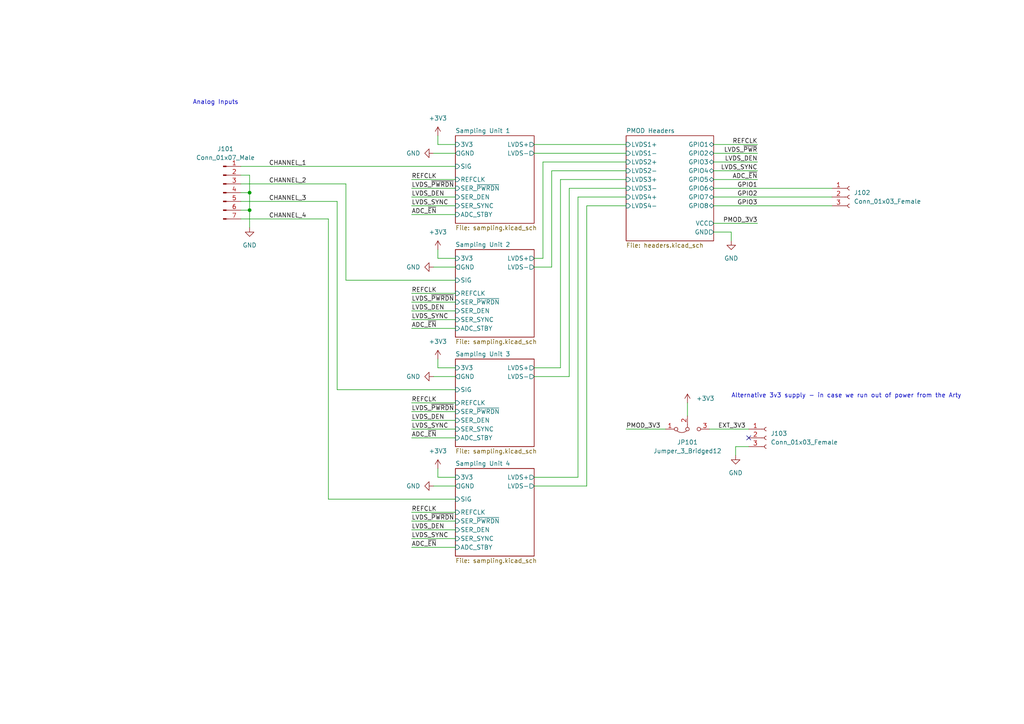
<source format=kicad_sch>
(kicad_sch (version 20211123) (generator eeschema)
  (paper "A4")
  (lib_symbols
    (symbol "Connector:Conn_01x03_Female" (pin_names (offset 1.016) hide)
      (property "Reference" "J" (at 0 5.08 0))
      (property "Value" "Conn_01x03_Female" (at 0 -5.08 0))
      (symbol "Conn_01x03_Female_1_1"
        (arc (start 0 -2.032) (mid -0.508 -2.54) (end 0 -3.048) (stroke (width 0.1524)))
        (polyline (pts (xy -1.27 -2.54) (xy -0.508 -2.54)) (stroke (width 0.1524)))
        (polyline (pts (xy -1.27 0) (xy -0.508 0)) (stroke (width 0.1524)))
        (polyline (pts (xy -1.27 2.54) (xy -0.508 2.54)) (stroke (width 0.1524)))
        (arc (start 0 0.508) (mid -0.508 0) (end 0 -0.508) (stroke (width 0.1524)))
        (arc (start 0 3.048) (mid -0.508 2.54) (end 0 2.032) (stroke (width 0.1524)))
        (pin passive line (at -5.08 2.54 0) (length 3.81) (name "Pin_1") (number "1"))
        (pin passive line (at -5.08 0 0) (length 3.81) (name "Pin_2") (number "2"))
        (pin passive line (at -5.08 -2.54 0) (length 3.81) (name "Pin_3") (number "3"))
      )
    )
    (symbol "Connector:Conn_01x07_Male" (pin_names (offset 1.016) hide)
      (property "Reference" "J" (at 0 10.16 0))
      (property "Value" "Conn_01x07_Male" (at 0 -10.16 0))
      (symbol "Conn_01x07_Male_1_1"
        (polyline (pts (xy 1.27 -7.62) (xy 0.8636 -7.62)) (stroke (width 0.1524)))
        (polyline (pts (xy 1.27 -5.08) (xy 0.8636 -5.08)) (stroke (width 0.1524)))
        (polyline (pts (xy 1.27 -2.54) (xy 0.8636 -2.54)) (stroke (width 0.1524)))
        (polyline (pts (xy 1.27 0) (xy 0.8636 0)) (stroke (width 0.1524)))
        (polyline (pts (xy 1.27 2.54) (xy 0.8636 2.54)) (stroke (width 0.1524)))
        (polyline (pts (xy 1.27 5.08) (xy 0.8636 5.08)) (stroke (width 0.1524)))
        (polyline (pts (xy 1.27 7.62) (xy 0.8636 7.62)) (stroke (width 0.1524)))
        (rectangle (start 0.8636 -7.493) (end 0 -7.747) (stroke (width 0.1524)) (fill (type outline)))
        (rectangle (start 0.8636 -4.953) (end 0 -5.207) (stroke (width 0.1524)) (fill (type outline)))
        (rectangle (start 0.8636 -2.413) (end 0 -2.667) (stroke (width 0.1524)) (fill (type outline)))
        (rectangle (start 0.8636 0.127) (end 0 -0.127) (stroke (width 0.1524)) (fill (type outline)))
        (rectangle (start 0.8636 2.667) (end 0 2.413) (stroke (width 0.1524)) (fill (type outline)))
        (rectangle (start 0.8636 5.207) (end 0 4.953) (stroke (width 0.1524)) (fill (type outline)))
        (rectangle (start 0.8636 7.747) (end 0 7.493) (stroke (width 0.1524)) (fill (type outline)))
        (pin passive line (at 5.08 7.62 180) (length 3.81) (name "Pin_1") (number "1"))
        (pin passive line (at 5.08 5.08 180) (length 3.81) (name "Pin_2") (number "2"))
        (pin passive line (at 5.08 2.54 180) (length 3.81) (name "Pin_3") (number "3"))
        (pin passive line (at 5.08 0 180) (length 3.81) (name "Pin_4") (number "4"))
        (pin passive line (at 5.08 -2.54 180) (length 3.81) (name "Pin_5") (number "5"))
        (pin passive line (at 5.08 -5.08 180) (length 3.81) (name "Pin_6") (number "6"))
        (pin passive line (at 5.08 -7.62 180) (length 3.81) (name "Pin_7") (number "7"))
      )
    )
    (symbol "Jumper:Jumper_3_Bridged12" (pin_names (offset 0) hide)
      (property "Reference" "JP" (at -2.54 -2.54 0))
      (property "Value" "Jumper_3_Bridged12" (at 0 2.794 0))
      (symbol "Jumper_3_Bridged12_0_0"
        (circle (center -3.302 0) (radius 0.508))
        (circle (center 0 0) (radius 0.508))
        (circle (center 3.302 0) (radius 0.508))
      )
      (symbol "Jumper_3_Bridged12_0_1"
        (arc (start -0.254 0.508) (mid -1.651 0.9912) (end -3.048 0.508))
        (polyline (pts (xy 0 -1.27) (xy 0 -0.508)))
      )
      (symbol "Jumper_3_Bridged12_1_1"
        (pin passive line (at -6.35 0 0) (length 2.54) (name "A") (number "1"))
        (pin passive line (at 0 -3.81 90) (length 2.54) (name "C") (number "2"))
        (pin passive line (at 6.35 0 180) (length 2.54) (name "B") (number "3"))
      )
    )
    (symbol "power:+3V3" (power) (pin_names (offset 0))
      (property "Value" "+3V3" (at 0 3.556 0))
      (symbol "+3V3_0_1"
        (polyline (pts (xy -0.762 1.27) (xy 0 2.54)))
        (polyline (pts (xy 0 0) (xy 0 2.54)))
        (polyline (pts (xy 0 2.54) (xy 0.762 1.27)))
      )
      (symbol "+3V3_1_1"
        (pin power_in line (at 0 0 90) (length 0) hide (name "+3V3") (number "1"))
      )
    )
    (symbol "power:GND" (power) (pin_names (offset 0))
      (property "Value" "GND" (at 0 -3.81 0))
      (symbol "GND_0_1"
        (polyline (pts (xy 0 0) (xy 0 -1.27) (xy 1.27 -1.27) (xy 0 -2.54) (xy -1.27 -1.27) (xy 0 -1.27)))
      )
      (symbol "GND_1_1"
        (pin power_in line (at 0 0 270) (length 0) hide (name "GND") (number "1"))
      )
    )
  )
  (junction (at 72.39 60.96))
  (junction (at 72.39 55.88))
  (no_connect (at 217.17 127))
  (wire (pts (xy 72.39 55.88) (xy 72.39 60.96)))
  (wire (pts (xy 95.25 63.5) (xy 95.25 144.78)))
  (wire (pts (xy 132.08 158.75) (xy 119.38 158.75)))
  (wire (pts (xy 205.74 124.46) (xy 217.17 124.46)))
  (wire (pts (xy 207.01 52.07) (xy 219.71 52.07)))
  (wire (pts (xy 207.01 41.91) (xy 219.71 41.91)))
  (wire (pts (xy 154.94 74.93) (xy 157.48 74.93)))
  (wire (pts (xy 162.56 52.07) (xy 181.61 52.07)))
  (wire (pts (xy 72.39 60.96) (xy 72.39 66.04)))
  (wire (pts (xy 213.36 129.54) (xy 213.36 132.08)))
  (wire (pts (xy 154.94 140.97) (xy 170.18 140.97)))
  (wire (pts (xy 69.85 60.96) (xy 72.39 60.96)))
  (wire (pts (xy 132.08 54.61) (xy 119.38 54.61)))
  (wire (pts (xy 132.08 90.17) (xy 119.38 90.17)))
  (wire (pts (xy 69.85 63.5) (xy 95.25 63.5)))
  (wire (pts (xy 69.85 55.88) (xy 72.39 55.88)))
  (wire (pts (xy 132.08 124.46) (xy 119.38 124.46)))
  (wire (pts (xy 132.08 92.71) (xy 119.38 92.71)))
  (wire (pts (xy 125.73 77.47) (xy 132.08 77.47)))
  (wire (pts (xy 127 74.93) (xy 127 72.39)))
  (wire (pts (xy 132.08 74.93) (xy 127 74.93)))
  (wire (pts (xy 69.85 53.34) (xy 100.33 53.34)))
  (wire (pts (xy 207.01 49.53) (xy 219.71 49.53)))
  (wire (pts (xy 154.94 106.68) (xy 162.56 106.68)))
  (wire (pts (xy 125.73 109.22) (xy 132.08 109.22)))
  (wire (pts (xy 167.64 138.43) (xy 167.64 57.15)))
  (wire (pts (xy 170.18 140.97) (xy 170.18 59.69)))
  (wire (pts (xy 125.73 44.45) (xy 132.08 44.45)))
  (wire (pts (xy 154.94 77.47) (xy 160.02 77.47)))
  (wire (pts (xy 157.48 46.99) (xy 181.61 46.99)))
  (wire (pts (xy 199.39 116.84) (xy 199.39 120.65)))
  (wire (pts (xy 207.01 54.61) (xy 241.3 54.61)))
  (wire (pts (xy 207.01 57.15) (xy 241.3 57.15)))
  (wire (pts (xy 181.61 124.46) (xy 193.04 124.46)))
  (wire (pts (xy 132.08 119.38) (xy 119.38 119.38)))
  (wire (pts (xy 160.02 49.53) (xy 181.61 49.53)))
  (wire (pts (xy 132.08 138.43) (xy 127 138.43)))
  (wire (pts (xy 69.85 50.8) (xy 72.39 50.8)))
  (wire (pts (xy 69.85 48.26) (xy 132.08 48.26)))
  (wire (pts (xy 207.01 59.69) (xy 241.3 59.69)))
  (wire (pts (xy 132.08 106.68) (xy 127 106.68)))
  (wire (pts (xy 132.08 151.13) (xy 119.38 151.13)))
  (wire (pts (xy 132.08 148.59) (xy 119.38 148.59)))
  (wire (pts (xy 127 138.43) (xy 127 135.89)))
  (wire (pts (xy 132.08 87.63) (xy 119.38 87.63)))
  (wire (pts (xy 132.08 116.84) (xy 119.38 116.84)))
  (wire (pts (xy 132.08 127) (xy 119.38 127)))
  (wire (pts (xy 170.18 59.69) (xy 181.61 59.69)))
  (wire (pts (xy 132.08 156.21) (xy 119.38 156.21)))
  (wire (pts (xy 97.79 113.03) (xy 132.08 113.03)))
  (wire (pts (xy 154.94 109.22) (xy 165.1 109.22)))
  (wire (pts (xy 69.85 58.42) (xy 97.79 58.42)))
  (wire (pts (xy 132.08 52.07) (xy 119.38 52.07)))
  (wire (pts (xy 132.08 95.25) (xy 119.38 95.25)))
  (wire (pts (xy 207.01 64.77) (xy 219.71 64.77)))
  (wire (pts (xy 207.01 44.45) (xy 219.71 44.45)))
  (wire (pts (xy 132.08 153.67) (xy 119.38 153.67)))
  (wire (pts (xy 167.64 57.15) (xy 181.61 57.15)))
  (wire (pts (xy 162.56 106.68) (xy 162.56 52.07)))
  (wire (pts (xy 125.73 140.97) (xy 132.08 140.97)))
  (wire (pts (xy 165.1 109.22) (xy 165.1 54.61)))
  (wire (pts (xy 97.79 58.42) (xy 97.79 113.03)))
  (wire (pts (xy 132.08 121.92) (xy 119.38 121.92)))
  (wire (pts (xy 165.1 54.61) (xy 181.61 54.61)))
  (wire (pts (xy 160.02 77.47) (xy 160.02 49.53)))
  (wire (pts (xy 132.08 62.23) (xy 119.38 62.23)))
  (wire (pts (xy 217.17 129.54) (xy 213.36 129.54)))
  (wire (pts (xy 100.33 81.28) (xy 132.08 81.28)))
  (wire (pts (xy 154.94 44.45) (xy 181.61 44.45)))
  (wire (pts (xy 132.08 41.91) (xy 127 41.91)))
  (wire (pts (xy 95.25 144.78) (xy 132.08 144.78)))
  (wire (pts (xy 100.33 53.34) (xy 100.33 81.28)))
  (wire (pts (xy 132.08 85.09) (xy 119.38 85.09)))
  (wire (pts (xy 127 41.91) (xy 127 39.37)))
  (wire (pts (xy 207.01 46.99) (xy 219.71 46.99)))
  (wire (pts (xy 72.39 50.8) (xy 72.39 55.88)))
  (wire (pts (xy 212.09 67.31) (xy 212.09 69.85)))
  (wire (pts (xy 154.94 138.43) (xy 167.64 138.43)))
  (wire (pts (xy 157.48 74.93) (xy 157.48 46.99)))
  (wire (pts (xy 154.94 41.91) (xy 181.61 41.91)))
  (wire (pts (xy 127 106.68) (xy 127 104.14)))
  (wire (pts (xy 207.01 67.31) (xy 212.09 67.31)))
  (wire (pts (xy 132.08 59.69) (xy 119.38 59.69)))
  (wire (pts (xy 132.08 57.15) (xy 119.38 57.15)))
  (text "Analog Inputs\n" (at 55.88 30.48 0) (effects (font (size 1.27 1.27)) (justify left bottom)))
  (text "Alternative 3v3 supply - in case we run out of power from the Arty" (at 212.09 115.57 0) (effects (font (size 1.27 1.27)) (justify left bottom)))
  (label "GPIO3" (at 219.71 59.69 180))
  (label "ADC_~{EN}" (at 119.38 95.25 0))
  (label "CHANNEL_4" (at 88.9 63.5 180))
  (label "LVDS_~{PWRDN}" (at 119.38 54.61 0))
  (label "ADC_~{EN}" (at 119.38 127 0))
  (label "GPIO1" (at 219.71 54.61 180))
  (label "LVDS_SYNC" (at 119.38 92.71 0))
  (label "LVDS_DEN" (at 119.38 153.67 0))
  (label "PMOD_3V3" (at 219.71 64.77 180))
  (label "EXT_3V3" (at 208.28 124.46 0))
  (label "LVDS_SYNC" (at 119.38 156.21 0))
  (label "LVDS_SYNC" (at 119.38 124.46 0))
  (label "LVDS_~{PWRDN}" (at 119.38 151.13 0))
  (label "REFCLK" (at 119.38 85.09 0))
  (label "REFCLK" (at 119.38 148.59 0))
  (label "CHANNEL_2" (at 88.9 53.34 180))
  (label "LVDS_SYNC" (at 219.71 49.53 180))
  (label "REFCLK" (at 119.38 52.07 0))
  (label "LVDS_DEN" (at 219.71 46.99 180))
  (label "GPIO2" (at 219.71 57.15 180))
  (label "LVDS_~{PWRDN}" (at 119.38 87.63 0))
  (label "LVDS_~{PWRDN}" (at 119.38 119.38 0))
  (label "LVDS_DEN" (at 119.38 121.92 0))
  (label "LVDS_DEN" (at 119.38 90.17 0))
  (label "ADC_~{EN}" (at 119.38 158.75 0))
  (label "ADC_~{EN}" (at 119.38 62.23 0))
  (label "ADC_~{EN}" (at 219.71 52.07 180))
  (label "REFCLK" (at 119.38 116.84 0))
  (label "PMOD_3V3" (at 181.61 124.46 0))
  (label "LVDS_~{PWR}" (at 219.71 44.45 180))
  (label "LVDS_SYNC" (at 119.38 59.69 0))
  (label "LVDS_DEN" (at 119.38 57.15 0))
  (label "CHANNEL_1" (at 88.9 48.26 180))
  (label "CHANNEL_3" (at 88.9 58.42 180))
  (label "REFCLK" (at 219.71 41.91 180))
  (symbol (lib_id "power:GND") (at 72.39 66.04 0) (unit 1)
    (property "Reference" "#PWR0103" (effects hide))
    (property "Value" "GND" (at 72.39 71.12 0))
  )
  (symbol (lib_id "power:GND") (at 213.36 132.08 0) (unit 1)
    (property "Reference" "#PWR0110" (effects hide))
    (property "Value" "GND" (at 213.36 137.16 0))
  )
  (symbol (lib_id "power:+3V3") (at 127 135.89 0) (unit 1)
    (property "Reference" "#PWR0111" (effects hide))
    (property "Value" "+3V3" (at 127 130.81 0))
  )
  (symbol (lib_id "power:+3V3") (at 127 104.14 0) (unit 1)
    (property "Reference" "#PWR0107" (effects hide))
    (property "Value" "+3V3" (at 127 99.06 0))
  )
  (symbol (lib_id "Jumper:Jumper_3_Bridged12") (at 199.39 124.46 0) (mirror x) (unit 1)
    (property "Reference" "JP101" (at 199.39 128.27 0))
    (property "Value" "Jumper_3_Bridged12" (at 199.39 130.81 0))
    (property "Footprint" "Jumper:SolderJumper-3_P1.3mm_Bridged2Bar12_RoundedPad1.0x1.5mm" (effects hide))
  )
  (symbol (lib_id "power:+3V3") (at 199.39 116.84 0) (unit 1)
    (property "Reference" "#PWR0109" (effects hide))
    (property "Value" "+3V3" (at 201.93 115.5699 0) (effects (justify left)))
  )
  (symbol (lib_id "power:GND") (at 125.73 140.97 270) (unit 1)
    (property "Reference" "#PWR0112" (effects hide))
    (property "Value" "GND" (at 121.92 140.9699 90) (effects (justify right)))
  )
  (symbol (lib_id "power:+3V3") (at 127 39.37 0) (unit 1)
    (property "Reference" "#PWR0101" (effects hide))
    (property "Value" "+3V3" (at 127 34.29 0))
  )
  (symbol (lib_id "Connector:Conn_01x03_Female") (at 222.25 127 0) (unit 1)
    (property "Reference" "J103" (at 223.52 125.7299 0) (effects (justify left)))
    (property "Value" "Conn_01x03_Female" (at 223.52 128.2699 0) (effects (justify left)))
    (property "Footprint" "Connector_PinSocket_2.54mm:PinSocket_1x03_P2.54mm_Vertical" (effects hide))
    (property "Datasheet" "http://suddendocs.samtec.com/catalog_english/ssw_th.pdf" (effects hide))
    (property "MPN" "SSW-103-01-F-S" (effects hide))
    (property "Manufacturer" "Samtec Inc." (effects hide))
    (property "DPN" "SAM11930-ND" (effects hide))
    (property "Distributor" "DigiKey" (effects hide))
  )
  (symbol (lib_id "Connector:Conn_01x07_Male") (at 64.77 55.88 0) (unit 1)
    (property "Reference" "J101" (at 65.405 43.18 0))
    (property "Value" "Conn_01x07_Male" (at 65.405 45.72 0))
    (property "Footprint" "Connector_PinHeader_2.54mm:PinHeader_1x07_P2.54mm_Horizontal" (effects hide))
    (property "Datasheet" "https://app.adam-tech.com/products/download/data_sheet/201281/ph1rb-xx-ua-data-sheet.pdf" (effects hide))
    (property "MPN" "PH1RB-07-UA" (effects hide))
    (property "Manufacturer" "Adam Tech" (effects hide))
    (property "DPN" "2057-PH1RB-07-UA-ND" (effects hide))
    (property "Distributor" "DigiKey" (effects hide))
  )
  (symbol (lib_id "power:GND") (at 125.73 77.47 270) (unit 1)
    (property "Reference" "#PWR0106" (effects hide))
    (property "Value" "GND" (at 121.92 77.4699 90) (effects (justify right)))
  )
  (symbol (lib_id "power:GND") (at 125.73 109.22 270) (unit 1)
    (property "Reference" "#PWR0108" (effects hide))
    (property "Value" "GND" (at 121.92 109.2199 90) (effects (justify right)))
  )
  (symbol (lib_id "power:GND") (at 125.73 44.45 270) (unit 1)
    (property "Reference" "#PWR0102" (effects hide))
    (property "Value" "GND" (at 121.92 44.4499 90) (effects (justify right)))
  )
  (symbol (lib_id "power:GND") (at 212.09 69.85 0) (unit 1)
    (property "Reference" "#PWR0104" (effects hide))
    (property "Value" "GND" (at 212.09 74.93 0))
  )
  (symbol (lib_id "Connector:Conn_01x03_Female") (at 246.38 57.15 0) (unit 1)
    (property "Reference" "J102" (at 247.65 55.8799 0) (effects (justify left)))
    (property "Value" "Conn_01x03_Female" (at 247.65 58.4199 0) (effects (justify left)))
    (property "Footprint" "Connector_PinSocket_2.54mm:PinSocket_1x03_P2.54mm_Vertical" (effects hide))
    (property "Datasheet" "http://suddendocs.samtec.com/catalog_english/ssw_th.pdf" (effects hide))
    (property "MPN" "SSW-103-01-F-S" (effects hide))
    (property "Manufacturer" "Samtec Inc." (effects hide))
    (property "DPN" "SAM11930-ND" (effects hide))
    (property "Distributor" "DigiKey" (effects hide))
  )
  (symbol (lib_id "power:+3V3") (at 127 72.39 0) (unit 1)
    (property "Reference" "#PWR0105" (effects hide))
    (property "Value" "+3V3" (at 127 67.31 0))
  )
  (sheet (at 181.61 39.37) (size 25.4 30.48) (stroke (width 0.1524))
    (property "Sheet name" "PMOD Headers" (at 181.61 38.6584 0) (effects (justify left bottom)))
    (property "Sheet file" "headers.kicad_sch" (at 181.61 70.4346 0) (effects (justify left top)))
    (pin "GPIO7" bidirectional (at 207.01 57.15 0))
    (pin "GPIO8" bidirectional (at 207.01 59.69 0))
    (pin "LVDS2+" input (at 181.61 46.99 180))
    (pin "LVDS1+" input (at 181.61 41.91 180))
    (pin "LVDS1-" input (at 181.61 44.45 180))
    (pin "LVDS2-" input (at 181.61 49.53 180))
    (pin "LVDS4+" input (at 181.61 57.15 180))
    (pin "LVDS3+" input (at 181.61 52.07 180))
    (pin "LVDS3-" input (at 181.61 54.61 180))
    (pin "LVDS4-" input (at 181.61 59.69 180))
    (pin "GPIO4" bidirectional (at 207.01 49.53 0))
    (pin "GPIO1" bidirectional (at 207.01 41.91 0))
    (pin "GPIO2" bidirectional (at 207.01 44.45 0))
    (pin "GPIO3" bidirectional (at 207.01 46.99 0))
    (pin "GPIO5" bidirectional (at 207.01 52.07 0))
    (pin "GPIO6" bidirectional (at 207.01 54.61 0))
    (pin "GND" output (at 207.01 67.31 0))
    (pin "VCC" output (at 207.01 64.77 0))
  )
  (sheet (at 132.08 135.89) (size 22.86 25.4) (stroke (width 0.1524))
    (property "Sheet name" "Sampling Unit 4" (at 132.08 135.1784 0) (effects (justify left bottom)))
    (property "Sheet file" "sampling.kicad_sch" (at 132.08 161.8746 0) (effects (justify left top)))
    (pin "GND" output (at 132.08 140.97 180))
    (pin "ADC_STBY" input (at 132.08 158.75 180))
    (pin "3V3" input (at 132.08 138.43 180))
    (pin "REFCLK" input (at 132.08 148.59 180))
    (pin "SIG" input (at 132.08 144.78 180))
    (pin "LVDS+" output (at 154.94 138.43 0))
    (pin "LVDS-" output (at 154.94 140.97 0))
    (pin "SER_SYNC" input (at 132.08 156.21 180))
    (pin "SER_~{PWRDN}" input (at 132.08 151.13 180))
    (pin "SER_DEN" input (at 132.08 153.67 180))
  )
  (sheet (at 132.08 39.37) (size 22.86 25.4) (stroke (width 0.1524))
    (property "Sheet name" "Sampling Unit 1" (at 132.08 38.6584 0) (effects (justify left bottom)))
    (property "Sheet file" "sampling.kicad_sch" (at 132.08 65.3546 0) (effects (justify left top)))
    (pin "GND" output (at 132.08 44.45 180))
    (pin "ADC_STBY" input (at 132.08 62.23 180))
    (pin "3V3" input (at 132.08 41.91 180))
    (pin "REFCLK" input (at 132.08 52.07 180))
    (pin "SIG" input (at 132.08 48.26 180))
    (pin "LVDS+" output (at 154.94 41.91 0))
    (pin "LVDS-" output (at 154.94 44.45 0))
    (pin "SER_SYNC" input (at 132.08 59.69 180))
    (pin "SER_~{PWRDN}" input (at 132.08 54.61 180))
    (pin "SER_DEN" input (at 132.08 57.15 180))
  )
  (sheet (at 132.08 72.39) (size 22.86 25.4) (stroke (width 0.1524))
    (property "Sheet name" "Sampling Unit 2" (at 132.08 71.6784 0) (effects (justify left bottom)))
    (property "Sheet file" "sampling.kicad_sch" (at 132.08 98.3746 0) (effects (justify left top)))
    (pin "GND" output (at 132.08 77.47 180))
    (pin "ADC_STBY" input (at 132.08 95.25 180))
    (pin "3V3" input (at 132.08 74.93 180))
    (pin "REFCLK" input (at 132.08 85.09 180))
    (pin "SIG" input (at 132.08 81.28 180))
    (pin "LVDS+" output (at 154.94 74.93 0))
    (pin "LVDS-" output (at 154.94 77.47 0))
    (pin "SER_SYNC" input (at 132.08 92.71 180))
    (pin "SER_~{PWRDN}" input (at 132.08 87.63 180))
    (pin "SER_DEN" input (at 132.08 90.17 180))
  )
  (sheet (at 132.08 104.14) (size 22.86 25.4) (stroke (width 0.1524))
    (property "Sheet name" "Sampling Unit 3" (at 132.08 103.4284 0) (effects (justify left bottom)))
    (property "Sheet file" "sampling.kicad_sch" (at 132.08 130.1246 0) (effects (justify left top)))
    (pin "GND" output (at 132.08 109.22 180))
    (pin "ADC_STBY" input (at 132.08 127 180))
    (pin "3V3" input (at 132.08 106.68 180))
    (pin "REFCLK" input (at 132.08 116.84 180))
    (pin "SIG" input (at 132.08 113.03 180))
    (pin "LVDS+" output (at 154.94 106.68 0))
    (pin "LVDS-" output (at 154.94 109.22 0))
    (pin "SER_SYNC" input (at 132.08 124.46 180))
    (pin "SER_~{PWRDN}" input (at 132.08 119.38 180))
    (pin "SER_DEN" input (at 132.08 121.92 180))
  )
)
</source>
